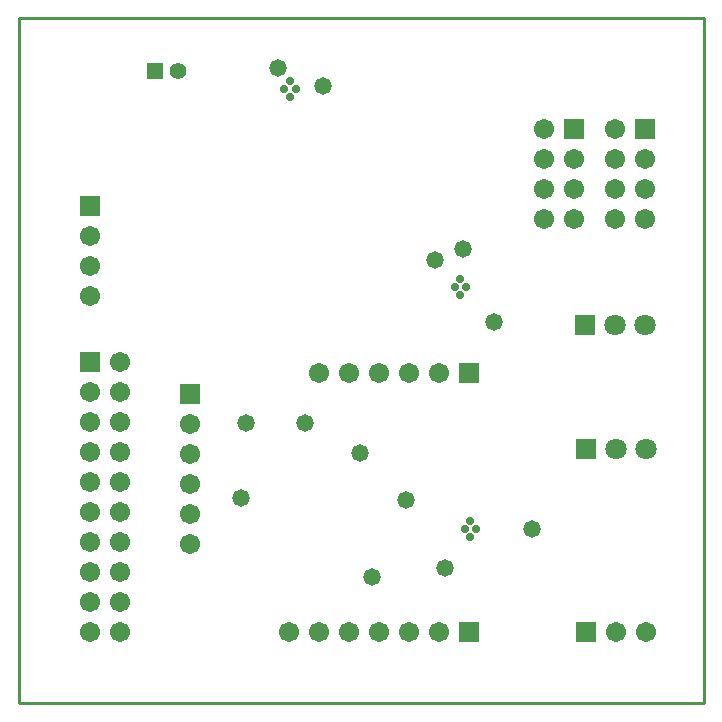
<source format=gbs>
G04*
G04 #@! TF.GenerationSoftware,Altium Limited,Altium Designer,21.8.1 (53)*
G04*
G04 Layer_Color=16711935*
%FSLAX25Y25*%
%MOIN*%
G70*
G04*
G04 #@! TF.SameCoordinates,E4828392-D8D7-4BFE-BCB3-11F9E2D346FD*
G04*
G04*
G04 #@! TF.FilePolarity,Negative*
G04*
G01*
G75*
%ADD16C,0.01000*%
%ADD26C,0.06706*%
%ADD27R,0.06706X0.06706*%
%ADD28C,0.07099*%
%ADD29R,0.07099X0.07099*%
%ADD30R,0.05524X0.05524*%
%ADD31C,0.05524*%
%ADD32R,0.06706X0.06706*%
%ADD33C,0.02769*%
%ADD34C,0.05800*%
D16*
X0Y0D02*
X228346D01*
X0Y228346D02*
X228346D01*
Y0D02*
Y228346D01*
X0Y0D02*
Y228346D01*
D26*
X198661Y161417D02*
D03*
X208662D02*
D03*
X198661Y171417D02*
D03*
X208662D02*
D03*
X198661Y181417D02*
D03*
X208662D02*
D03*
X198661Y191417D02*
D03*
X33622Y113622D02*
D03*
X23622Y103622D02*
D03*
X33622D02*
D03*
X23622Y93622D02*
D03*
X33622D02*
D03*
X23622Y83622D02*
D03*
X33622D02*
D03*
X23622Y73622D02*
D03*
X33622D02*
D03*
X23622Y63622D02*
D03*
X33622D02*
D03*
X23622Y53622D02*
D03*
X33622D02*
D03*
X23622Y43622D02*
D03*
X33622D02*
D03*
X23622Y33622D02*
D03*
X33622D02*
D03*
X23622Y23622D02*
D03*
X33622D02*
D03*
X23622Y135827D02*
D03*
Y145827D02*
D03*
Y155827D02*
D03*
X140079Y110236D02*
D03*
X130079D02*
D03*
X120079D02*
D03*
X110079D02*
D03*
X100079D02*
D03*
X175039Y161417D02*
D03*
X185039D02*
D03*
X175039Y171417D02*
D03*
X185039D02*
D03*
X175039Y181417D02*
D03*
X185039D02*
D03*
X175039Y191417D02*
D03*
X90236Y23622D02*
D03*
X100236D02*
D03*
X110236D02*
D03*
X120236D02*
D03*
X140236D02*
D03*
X130236D02*
D03*
X198976D02*
D03*
X208976D02*
D03*
X57087Y93150D02*
D03*
Y83150D02*
D03*
Y73150D02*
D03*
Y63150D02*
D03*
Y53150D02*
D03*
D27*
X208662Y191417D02*
D03*
X23622Y113622D02*
D03*
Y165827D02*
D03*
X185039Y191417D02*
D03*
X57087Y103150D02*
D03*
D28*
X208662Y125984D02*
D03*
X198661D02*
D03*
X208976Y84646D02*
D03*
X198976D02*
D03*
D29*
X188662Y125984D02*
D03*
X188976Y84646D02*
D03*
D30*
X45276Y210630D02*
D03*
D31*
X53150D02*
D03*
D32*
X150079Y110236D02*
D03*
X150236Y23622D02*
D03*
X188976D02*
D03*
D33*
X148622Y58071D02*
D03*
X152559D02*
D03*
X150591Y60827D02*
D03*
Y55315D02*
D03*
X88583Y204725D02*
D03*
X92520D02*
D03*
X90551Y207480D02*
D03*
Y201969D02*
D03*
X145275Y138779D02*
D03*
X149213D02*
D03*
X147244Y141535D02*
D03*
Y136024D02*
D03*
D34*
X101378Y205709D02*
D03*
X86358Y211706D02*
D03*
X75787Y93504D02*
D03*
X95472D02*
D03*
X148150Y151510D02*
D03*
X158465Y126969D02*
D03*
X138779Y147638D02*
D03*
X128937Y67913D02*
D03*
X171260Y58071D02*
D03*
X117806Y42036D02*
D03*
X74206Y68356D02*
D03*
X142006Y45206D02*
D03*
X113706Y83356D02*
D03*
M02*

</source>
